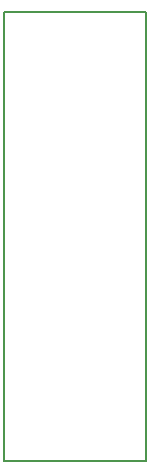
<source format=gbr>
G04 #@! TF.GenerationSoftware,KiCad,Pcbnew,(5.0.0)*
G04 #@! TF.CreationDate,2019-08-13T22:51:23+09:00*
G04 #@! TF.ProjectId,wm61_mic_preamp,776D36315F6D69635F707265616D702E,rev?*
G04 #@! TF.SameCoordinates,Original*
G04 #@! TF.FileFunction,Profile,NP*
%FSLAX46Y46*%
G04 Gerber Fmt 4.6, Leading zero omitted, Abs format (unit mm)*
G04 Created by KiCad (PCBNEW (5.0.0)) date 08/13/19 22:51:23*
%MOMM*%
%LPD*%
G01*
G04 APERTURE LIST*
%ADD10C,0.150000*%
G04 APERTURE END LIST*
D10*
X161500000Y-130500000D02*
X149500000Y-130500000D01*
X161500000Y-92500000D02*
X161500000Y-130500000D01*
X149500000Y-92500000D02*
X161500000Y-92500000D01*
X149500000Y-130500000D02*
X149500000Y-92500000D01*
M02*

</source>
